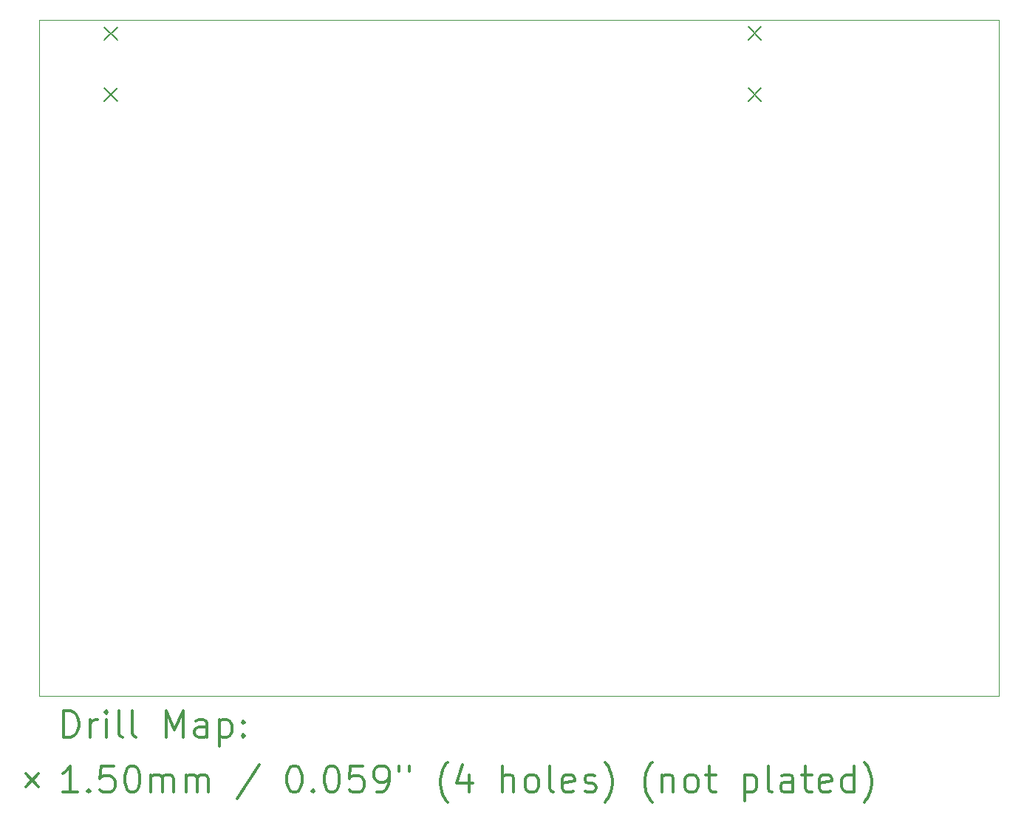
<source format=gbr>
%FSLAX45Y45*%
G04 Gerber Fmt 4.5, Leading zero omitted, Abs format (unit mm)*
G04 Created by KiCad (PCBNEW 5.0.2+dfsg1-1) date gio 18 apr 2019 10:12:51 CEST*
%MOMM*%
%LPD*%
G01*
G04 APERTURE LIST*
%ADD10C,0.100000*%
%ADD11C,0.200000*%
%ADD12C,0.300000*%
G04 APERTURE END LIST*
D10*
X21000000Y-5835000D02*
X21000000Y-5595000D01*
X10000000Y-5835000D02*
X10000000Y-5595000D01*
X10000000Y-5593600D02*
X21000000Y-5593600D01*
X10000000Y-13338600D02*
X10000000Y-5838600D01*
X21000000Y-13340000D02*
X10000000Y-13340000D01*
X21000000Y-5838600D02*
X21000000Y-13338600D01*
D11*
X10745400Y-5673000D02*
X10895400Y-5823000D01*
X10895400Y-5673000D02*
X10745400Y-5823000D01*
X10745400Y-6373000D02*
X10895400Y-6523000D01*
X10895400Y-6373000D02*
X10745400Y-6523000D01*
X18125000Y-5670000D02*
X18275000Y-5820000D01*
X18275000Y-5670000D02*
X18125000Y-5820000D01*
X18125000Y-6370000D02*
X18275000Y-6520000D01*
X18275000Y-6370000D02*
X18125000Y-6520000D01*
D12*
X10281428Y-13810714D02*
X10281428Y-13510714D01*
X10352857Y-13510714D01*
X10395714Y-13525000D01*
X10424286Y-13553571D01*
X10438571Y-13582143D01*
X10452857Y-13639286D01*
X10452857Y-13682143D01*
X10438571Y-13739286D01*
X10424286Y-13767857D01*
X10395714Y-13796429D01*
X10352857Y-13810714D01*
X10281428Y-13810714D01*
X10581428Y-13810714D02*
X10581428Y-13610714D01*
X10581428Y-13667857D02*
X10595714Y-13639286D01*
X10610000Y-13625000D01*
X10638571Y-13610714D01*
X10667143Y-13610714D01*
X10767143Y-13810714D02*
X10767143Y-13610714D01*
X10767143Y-13510714D02*
X10752857Y-13525000D01*
X10767143Y-13539286D01*
X10781428Y-13525000D01*
X10767143Y-13510714D01*
X10767143Y-13539286D01*
X10952857Y-13810714D02*
X10924286Y-13796429D01*
X10910000Y-13767857D01*
X10910000Y-13510714D01*
X11110000Y-13810714D02*
X11081428Y-13796429D01*
X11067143Y-13767857D01*
X11067143Y-13510714D01*
X11452857Y-13810714D02*
X11452857Y-13510714D01*
X11552857Y-13725000D01*
X11652857Y-13510714D01*
X11652857Y-13810714D01*
X11924286Y-13810714D02*
X11924286Y-13653571D01*
X11910000Y-13625000D01*
X11881428Y-13610714D01*
X11824286Y-13610714D01*
X11795714Y-13625000D01*
X11924286Y-13796429D02*
X11895714Y-13810714D01*
X11824286Y-13810714D01*
X11795714Y-13796429D01*
X11781428Y-13767857D01*
X11781428Y-13739286D01*
X11795714Y-13710714D01*
X11824286Y-13696429D01*
X11895714Y-13696429D01*
X11924286Y-13682143D01*
X12067143Y-13610714D02*
X12067143Y-13910714D01*
X12067143Y-13625000D02*
X12095714Y-13610714D01*
X12152857Y-13610714D01*
X12181428Y-13625000D01*
X12195714Y-13639286D01*
X12210000Y-13667857D01*
X12210000Y-13753571D01*
X12195714Y-13782143D01*
X12181428Y-13796429D01*
X12152857Y-13810714D01*
X12095714Y-13810714D01*
X12067143Y-13796429D01*
X12338571Y-13782143D02*
X12352857Y-13796429D01*
X12338571Y-13810714D01*
X12324286Y-13796429D01*
X12338571Y-13782143D01*
X12338571Y-13810714D01*
X12338571Y-13625000D02*
X12352857Y-13639286D01*
X12338571Y-13653571D01*
X12324286Y-13639286D01*
X12338571Y-13625000D01*
X12338571Y-13653571D01*
X9845000Y-14230000D02*
X9995000Y-14380000D01*
X9995000Y-14230000D02*
X9845000Y-14380000D01*
X10438571Y-14440714D02*
X10267143Y-14440714D01*
X10352857Y-14440714D02*
X10352857Y-14140714D01*
X10324286Y-14183571D01*
X10295714Y-14212143D01*
X10267143Y-14226429D01*
X10567143Y-14412143D02*
X10581428Y-14426429D01*
X10567143Y-14440714D01*
X10552857Y-14426429D01*
X10567143Y-14412143D01*
X10567143Y-14440714D01*
X10852857Y-14140714D02*
X10710000Y-14140714D01*
X10695714Y-14283571D01*
X10710000Y-14269286D01*
X10738571Y-14255000D01*
X10810000Y-14255000D01*
X10838571Y-14269286D01*
X10852857Y-14283571D01*
X10867143Y-14312143D01*
X10867143Y-14383571D01*
X10852857Y-14412143D01*
X10838571Y-14426429D01*
X10810000Y-14440714D01*
X10738571Y-14440714D01*
X10710000Y-14426429D01*
X10695714Y-14412143D01*
X11052857Y-14140714D02*
X11081428Y-14140714D01*
X11110000Y-14155000D01*
X11124286Y-14169286D01*
X11138571Y-14197857D01*
X11152857Y-14255000D01*
X11152857Y-14326429D01*
X11138571Y-14383571D01*
X11124286Y-14412143D01*
X11110000Y-14426429D01*
X11081428Y-14440714D01*
X11052857Y-14440714D01*
X11024286Y-14426429D01*
X11010000Y-14412143D01*
X10995714Y-14383571D01*
X10981428Y-14326429D01*
X10981428Y-14255000D01*
X10995714Y-14197857D01*
X11010000Y-14169286D01*
X11024286Y-14155000D01*
X11052857Y-14140714D01*
X11281428Y-14440714D02*
X11281428Y-14240714D01*
X11281428Y-14269286D02*
X11295714Y-14255000D01*
X11324286Y-14240714D01*
X11367143Y-14240714D01*
X11395714Y-14255000D01*
X11410000Y-14283571D01*
X11410000Y-14440714D01*
X11410000Y-14283571D02*
X11424286Y-14255000D01*
X11452857Y-14240714D01*
X11495714Y-14240714D01*
X11524286Y-14255000D01*
X11538571Y-14283571D01*
X11538571Y-14440714D01*
X11681428Y-14440714D02*
X11681428Y-14240714D01*
X11681428Y-14269286D02*
X11695714Y-14255000D01*
X11724286Y-14240714D01*
X11767143Y-14240714D01*
X11795714Y-14255000D01*
X11810000Y-14283571D01*
X11810000Y-14440714D01*
X11810000Y-14283571D02*
X11824286Y-14255000D01*
X11852857Y-14240714D01*
X11895714Y-14240714D01*
X11924286Y-14255000D01*
X11938571Y-14283571D01*
X11938571Y-14440714D01*
X12524286Y-14126429D02*
X12267143Y-14512143D01*
X12910000Y-14140714D02*
X12938571Y-14140714D01*
X12967143Y-14155000D01*
X12981428Y-14169286D01*
X12995714Y-14197857D01*
X13010000Y-14255000D01*
X13010000Y-14326429D01*
X12995714Y-14383571D01*
X12981428Y-14412143D01*
X12967143Y-14426429D01*
X12938571Y-14440714D01*
X12910000Y-14440714D01*
X12881428Y-14426429D01*
X12867143Y-14412143D01*
X12852857Y-14383571D01*
X12838571Y-14326429D01*
X12838571Y-14255000D01*
X12852857Y-14197857D01*
X12867143Y-14169286D01*
X12881428Y-14155000D01*
X12910000Y-14140714D01*
X13138571Y-14412143D02*
X13152857Y-14426429D01*
X13138571Y-14440714D01*
X13124286Y-14426429D01*
X13138571Y-14412143D01*
X13138571Y-14440714D01*
X13338571Y-14140714D02*
X13367143Y-14140714D01*
X13395714Y-14155000D01*
X13410000Y-14169286D01*
X13424286Y-14197857D01*
X13438571Y-14255000D01*
X13438571Y-14326429D01*
X13424286Y-14383571D01*
X13410000Y-14412143D01*
X13395714Y-14426429D01*
X13367143Y-14440714D01*
X13338571Y-14440714D01*
X13310000Y-14426429D01*
X13295714Y-14412143D01*
X13281428Y-14383571D01*
X13267143Y-14326429D01*
X13267143Y-14255000D01*
X13281428Y-14197857D01*
X13295714Y-14169286D01*
X13310000Y-14155000D01*
X13338571Y-14140714D01*
X13710000Y-14140714D02*
X13567143Y-14140714D01*
X13552857Y-14283571D01*
X13567143Y-14269286D01*
X13595714Y-14255000D01*
X13667143Y-14255000D01*
X13695714Y-14269286D01*
X13710000Y-14283571D01*
X13724286Y-14312143D01*
X13724286Y-14383571D01*
X13710000Y-14412143D01*
X13695714Y-14426429D01*
X13667143Y-14440714D01*
X13595714Y-14440714D01*
X13567143Y-14426429D01*
X13552857Y-14412143D01*
X13867143Y-14440714D02*
X13924286Y-14440714D01*
X13952857Y-14426429D01*
X13967143Y-14412143D01*
X13995714Y-14369286D01*
X14010000Y-14312143D01*
X14010000Y-14197857D01*
X13995714Y-14169286D01*
X13981428Y-14155000D01*
X13952857Y-14140714D01*
X13895714Y-14140714D01*
X13867143Y-14155000D01*
X13852857Y-14169286D01*
X13838571Y-14197857D01*
X13838571Y-14269286D01*
X13852857Y-14297857D01*
X13867143Y-14312143D01*
X13895714Y-14326429D01*
X13952857Y-14326429D01*
X13981428Y-14312143D01*
X13995714Y-14297857D01*
X14010000Y-14269286D01*
X14124286Y-14140714D02*
X14124286Y-14197857D01*
X14238571Y-14140714D02*
X14238571Y-14197857D01*
X14681428Y-14555000D02*
X14667143Y-14540714D01*
X14638571Y-14497857D01*
X14624286Y-14469286D01*
X14610000Y-14426429D01*
X14595714Y-14355000D01*
X14595714Y-14297857D01*
X14610000Y-14226429D01*
X14624286Y-14183571D01*
X14638571Y-14155000D01*
X14667143Y-14112143D01*
X14681428Y-14097857D01*
X14924286Y-14240714D02*
X14924286Y-14440714D01*
X14852857Y-14126429D02*
X14781428Y-14340714D01*
X14967143Y-14340714D01*
X15310000Y-14440714D02*
X15310000Y-14140714D01*
X15438571Y-14440714D02*
X15438571Y-14283571D01*
X15424286Y-14255000D01*
X15395714Y-14240714D01*
X15352857Y-14240714D01*
X15324286Y-14255000D01*
X15310000Y-14269286D01*
X15624286Y-14440714D02*
X15595714Y-14426429D01*
X15581428Y-14412143D01*
X15567143Y-14383571D01*
X15567143Y-14297857D01*
X15581428Y-14269286D01*
X15595714Y-14255000D01*
X15624286Y-14240714D01*
X15667143Y-14240714D01*
X15695714Y-14255000D01*
X15710000Y-14269286D01*
X15724286Y-14297857D01*
X15724286Y-14383571D01*
X15710000Y-14412143D01*
X15695714Y-14426429D01*
X15667143Y-14440714D01*
X15624286Y-14440714D01*
X15895714Y-14440714D02*
X15867143Y-14426429D01*
X15852857Y-14397857D01*
X15852857Y-14140714D01*
X16124286Y-14426429D02*
X16095714Y-14440714D01*
X16038571Y-14440714D01*
X16010000Y-14426429D01*
X15995714Y-14397857D01*
X15995714Y-14283571D01*
X16010000Y-14255000D01*
X16038571Y-14240714D01*
X16095714Y-14240714D01*
X16124286Y-14255000D01*
X16138571Y-14283571D01*
X16138571Y-14312143D01*
X15995714Y-14340714D01*
X16252857Y-14426429D02*
X16281428Y-14440714D01*
X16338571Y-14440714D01*
X16367143Y-14426429D01*
X16381428Y-14397857D01*
X16381428Y-14383571D01*
X16367143Y-14355000D01*
X16338571Y-14340714D01*
X16295714Y-14340714D01*
X16267143Y-14326429D01*
X16252857Y-14297857D01*
X16252857Y-14283571D01*
X16267143Y-14255000D01*
X16295714Y-14240714D01*
X16338571Y-14240714D01*
X16367143Y-14255000D01*
X16481428Y-14555000D02*
X16495714Y-14540714D01*
X16524286Y-14497857D01*
X16538571Y-14469286D01*
X16552857Y-14426429D01*
X16567143Y-14355000D01*
X16567143Y-14297857D01*
X16552857Y-14226429D01*
X16538571Y-14183571D01*
X16524286Y-14155000D01*
X16495714Y-14112143D01*
X16481428Y-14097857D01*
X17024286Y-14555000D02*
X17010000Y-14540714D01*
X16981428Y-14497857D01*
X16967143Y-14469286D01*
X16952857Y-14426429D01*
X16938571Y-14355000D01*
X16938571Y-14297857D01*
X16952857Y-14226429D01*
X16967143Y-14183571D01*
X16981428Y-14155000D01*
X17010000Y-14112143D01*
X17024286Y-14097857D01*
X17138571Y-14240714D02*
X17138571Y-14440714D01*
X17138571Y-14269286D02*
X17152857Y-14255000D01*
X17181428Y-14240714D01*
X17224286Y-14240714D01*
X17252857Y-14255000D01*
X17267143Y-14283571D01*
X17267143Y-14440714D01*
X17452857Y-14440714D02*
X17424286Y-14426429D01*
X17410000Y-14412143D01*
X17395714Y-14383571D01*
X17395714Y-14297857D01*
X17410000Y-14269286D01*
X17424286Y-14255000D01*
X17452857Y-14240714D01*
X17495714Y-14240714D01*
X17524286Y-14255000D01*
X17538571Y-14269286D01*
X17552857Y-14297857D01*
X17552857Y-14383571D01*
X17538571Y-14412143D01*
X17524286Y-14426429D01*
X17495714Y-14440714D01*
X17452857Y-14440714D01*
X17638571Y-14240714D02*
X17752857Y-14240714D01*
X17681428Y-14140714D02*
X17681428Y-14397857D01*
X17695714Y-14426429D01*
X17724286Y-14440714D01*
X17752857Y-14440714D01*
X18081428Y-14240714D02*
X18081428Y-14540714D01*
X18081428Y-14255000D02*
X18110000Y-14240714D01*
X18167143Y-14240714D01*
X18195714Y-14255000D01*
X18210000Y-14269286D01*
X18224286Y-14297857D01*
X18224286Y-14383571D01*
X18210000Y-14412143D01*
X18195714Y-14426429D01*
X18167143Y-14440714D01*
X18110000Y-14440714D01*
X18081428Y-14426429D01*
X18395714Y-14440714D02*
X18367143Y-14426429D01*
X18352857Y-14397857D01*
X18352857Y-14140714D01*
X18638571Y-14440714D02*
X18638571Y-14283571D01*
X18624286Y-14255000D01*
X18595714Y-14240714D01*
X18538571Y-14240714D01*
X18510000Y-14255000D01*
X18638571Y-14426429D02*
X18610000Y-14440714D01*
X18538571Y-14440714D01*
X18510000Y-14426429D01*
X18495714Y-14397857D01*
X18495714Y-14369286D01*
X18510000Y-14340714D01*
X18538571Y-14326429D01*
X18610000Y-14326429D01*
X18638571Y-14312143D01*
X18738571Y-14240714D02*
X18852857Y-14240714D01*
X18781428Y-14140714D02*
X18781428Y-14397857D01*
X18795714Y-14426429D01*
X18824286Y-14440714D01*
X18852857Y-14440714D01*
X19067143Y-14426429D02*
X19038571Y-14440714D01*
X18981428Y-14440714D01*
X18952857Y-14426429D01*
X18938571Y-14397857D01*
X18938571Y-14283571D01*
X18952857Y-14255000D01*
X18981428Y-14240714D01*
X19038571Y-14240714D01*
X19067143Y-14255000D01*
X19081428Y-14283571D01*
X19081428Y-14312143D01*
X18938571Y-14340714D01*
X19338571Y-14440714D02*
X19338571Y-14140714D01*
X19338571Y-14426429D02*
X19310000Y-14440714D01*
X19252857Y-14440714D01*
X19224286Y-14426429D01*
X19210000Y-14412143D01*
X19195714Y-14383571D01*
X19195714Y-14297857D01*
X19210000Y-14269286D01*
X19224286Y-14255000D01*
X19252857Y-14240714D01*
X19310000Y-14240714D01*
X19338571Y-14255000D01*
X19452857Y-14555000D02*
X19467143Y-14540714D01*
X19495714Y-14497857D01*
X19510000Y-14469286D01*
X19524286Y-14426429D01*
X19538571Y-14355000D01*
X19538571Y-14297857D01*
X19524286Y-14226429D01*
X19510000Y-14183571D01*
X19495714Y-14155000D01*
X19467143Y-14112143D01*
X19452857Y-14097857D01*
M02*

</source>
